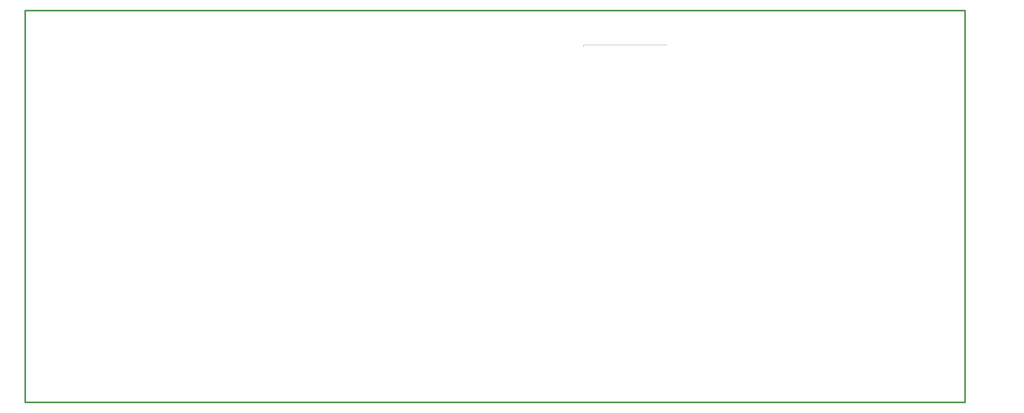
<source format=gbr>
G04 (created by PCBNEW (2013-07-07 BZR 4022)-stable) date 12/25/2014 10:33:01 AM*
%MOIN*%
G04 Gerber Fmt 3.4, Leading zero omitted, Abs format*
%FSLAX34Y34*%
G01*
G70*
G90*
G04 APERTURE LIST*
%ADD10C,0.00590551*%
%ADD11C,0.00393701*%
%ADD12C,0.019685*%
G04 APERTURE END LIST*
G54D10*
G54D11*
X93700Y-26614D02*
X93700Y-26850D01*
X104173Y-26614D02*
X93700Y-26614D01*
X52893Y-32736D02*
X52913Y-32736D01*
G54D12*
X141653Y-22362D02*
X141653Y-71555D01*
G54D11*
X145969Y-43011D02*
G75*
G03X145969Y-43011I0J0D01*
G74*
G01*
X145967Y-43011D02*
X145969Y-43011D01*
X145968Y-43010D02*
X145968Y-43012D01*
G54D12*
X141653Y-71555D02*
X23602Y-71555D01*
X141653Y-22322D02*
X23602Y-22322D01*
X23602Y-22362D02*
X23602Y-71555D01*
M02*

</source>
